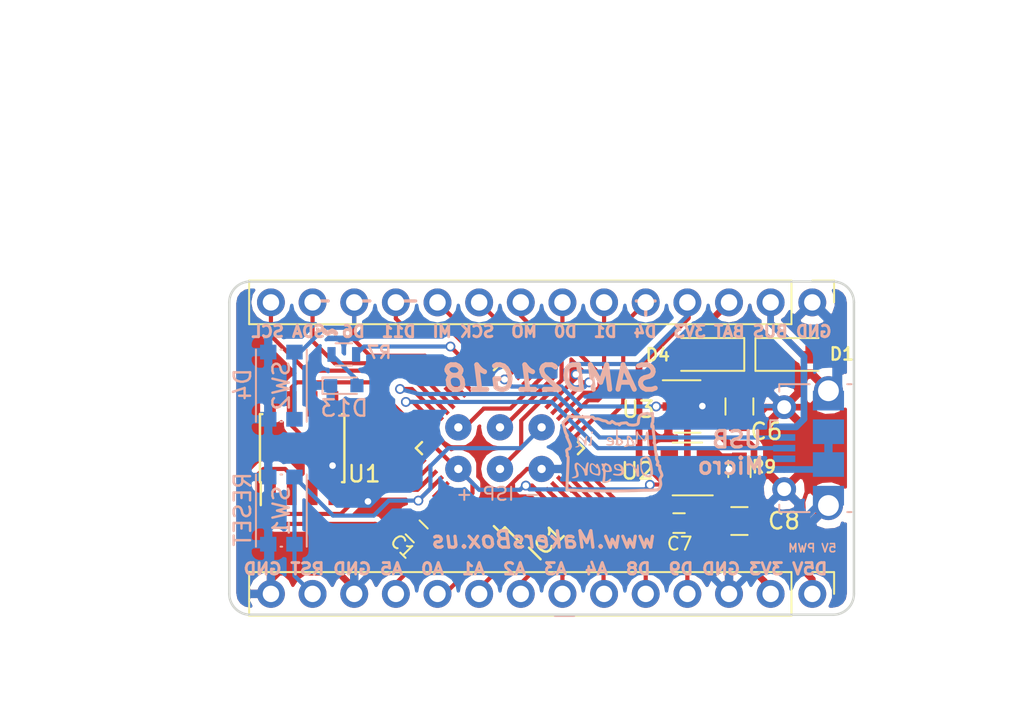
<source format=kicad_pcb>
(kicad_pcb (version 4) (host pcbnew 4.0.7)
  (layers (0 F.Cu signal) (31 B.Cu signal) (34 B.Paste user) (35 F.Paste user) (36 B.SilkS user) (37 F.SilkS user) (38 B.Mask user) (39 F.Mask user) (44 Edge.Cuts user))
  (net 0 "")
  (net 1 GND)
  (net 2 +3V3)
  (net 3 /AREF)
  (net 4 VBUS)
  (net 5 +BATT)
  (net 6 /D4)
  (net 7 /D6)
  (net 8 /D8)
  (net 9 /D13)
  (net 10 /D12)
  (net 11 /D11)
  (net 12 /D10)
  (net 13 /D9)
  (net 14 /D7)
  (net 15 /SCL)
  (net 16 /SDA)
  (net 17 /D1)
  (net 18 /D0)
  (net 19 /A0)
  (net 20 /A1)
  (net 21 /A2)
  (net 22 /A3)
  (net 23 /A4)
  (net 24 /A5)
  (net 25 /SCK)
  (net 26 /MOSI)
  (net 27 /MISO)
  (net 28 "Net-(R9-Pad1)")
  (net 29 /D5)
  (net 30 "Net-(U2-Pad4)")
  (net 31 "Net-(X3-Pad4)")
  (net 32 "Net-(C1-Pad1)")
  (net 33 /VHI)
  (net 34 "Net-(IC1-Pad1)")
  (net 35 "Net-(IC1-Pad2)")
  (net 36 /D3)
  (net 37 "Net-(IC1-Pad22)")
  (net 38 /D2)
  (net 39 /D-)
  (net 40 /D+)
  (net 41 /FLASH_MOSI)
  (net 42 /FLASH_SCK)
  (net 43 /FLASH_CS)
  (net 44 /~RESET)
  (net 45 "Net-(IC1-Pad41)")
  (net 46 /SWCLK)
  (net 47 /SWDIO)
  (net 48 /FLASH_MISO)
  (net 49 /D5_V5)
  (net 50 "Net-(D13-Pad2)")
  (module AVR-ISP-6 (layer B.Cu) (at 143.51 96.52 270)
    (fp_text reference CON1 hide)
    (fp_text value AVR-ISP-6 hide)
    (pad 1 thru_hole oval (at 0 0 270) (size 1.6 1.6) (drill 0.508) (layers *.Cu B.Mask) (net 27 /MISO))
    (pad 2 thru_hole circle (at 2.54 0 270) (size 1.6 1.6) (drill 0.508) (layers *.Cu B.Mask) (net 2 +3V3))
    (pad 3 thru_hole oval (at 0 -2.54 270) (size 1.6 1.6) (drill 0.508) (layers *.Cu B.Mask) (net 25 /SCK))
    (pad 4 thru_hole oval (at 2.54 -2.54 270) (size 1.6 1.6) (drill 0.508) (layers *.Cu B.Mask) (net 26 /MOSI))
    (pad 5 thru_hole oval (at 0 -5.08 270) (size 1.6 1.6) (drill 0.508) (layers *.Cu B.Mask) (net 44 /~RESET))
    (pad 6 thru_hole oval (at 2.54 -5.08 270) (size 1.6 1.6) (drill 0.508) (layers *.Cu B.Mask) (net 1 GND))
  )
  (module myFootPrints:MadeInOregonRev25 (layer F.Cu) (at 152.908 98.044)
    (fp_text reference VAL hide)
    (fp_text value MadeInOregonRev25 hide)
  )
  (module footprints:C_0603 (layer F.Cu) (at 140.97 102.87 135)
    (fp_text reference C1 (at -0.035921 -1.257236 135) (layer F.SilkS) (effects (font (size 0.8 0.8) (thickness 0.12))))
    (fp_text value 1uF)
    (pad 2 smd rect (at 0.75 0 135) (size 0.8 0.75) (layers F.Cu F.Paste F.Mask) (net 1 GND))
    (pad 1 smd rect (at -0.75 0 135) (size 0.8 0.75) (layers F.Cu F.Paste F.Mask) (net 32 "Net-(C1-Pad1)"))
  )
  (module footprints:C_0805 (layer F.Cu) (at 160.655 95.25 270)
    (fp_text reference C6 (at 1.524 -1.651 360) (layer F.SilkS))
    (fp_text value 10uF)
    (pad 1 smd rect (at -1 0 270) (size 1 1.25) (layers F.Cu F.Paste F.Mask) (net 33 /VHI))
    (pad 2 smd rect (at 1 0 270) (size 1 1.25) (layers F.Cu F.Paste F.Mask) (net 1 GND))
  )
  (module footprints:C_0603 (layer F.Cu) (at 156.972 102.362 180)
    (fp_text reference C7 (at -0.035921 -1.257236 180) (layer F.SilkS) (effects (font (size 0.8 0.8) (thickness 0.12))))
    (fp_text value 1uF)
    (pad 2 smd rect (at 0.75 0 180) (size 0.8 0.75) (layers F.Cu F.Paste F.Mask) (net 1 GND))
    (pad 1 smd rect (at -0.75 0 180) (size 0.8 0.75) (layers F.Cu F.Paste F.Mask) (net 2 +3V3))
  )
  (module footprints:C_0805 (layer F.Cu) (at 160.655 102.235)
    (fp_text reference C8 (at 2.7178 0) (layer F.SilkS))
    (fp_text value 10uF)
    (pad 1 smd rect (at -1 0) (size 1 1.25) (layers F.Cu F.Paste F.Mask) (net 2 +3V3))
    (pad 2 smd rect (at 1 0) (size 1 1.25) (layers F.Cu F.Paste F.Mask) (net 1 GND))
  )
  (module footprints:D_SOD-123F (layer F.Cu) (at 163.83 92.075)
    (fp_text reference D1 (at 3.0734 -0.0254) (layer F.SilkS) (effects (font (size 0.75 0.75))))
    (fp_text value MBR120)
    (pad 1 smd rect (at -1.4 0) (size 1.1 1.1) (layers F.Cu F.Paste F.Mask) (net 33 /VHI))
    (pad 2 smd rect (at 1.4 0) (size 1.1 1.1) (layers F.Cu F.Paste F.Mask) (net 4 VBUS))
  )
  (module footprints:D_SOD-123F (layer F.Cu) (at 158.75 92.075 180)
    (fp_text reference D4 (at 3.0734 -0.0254 180) (layer F.SilkS) (effects (font (size 0.75 0.75))))
    (fp_text value MBR120)
    (pad 1 smd rect (at -1.4 0 180) (size 1.1 1.1) (layers F.Cu F.Paste F.Mask) (net 33 /VHI))
    (pad 2 smd rect (at 1.4 0 180) (size 1.1 1.1) (layers F.Cu F.Paste F.Mask) (net 5 +BATT))
  )
  (module footprints:LED_0603 (layer B.Cu) (at 136.525 93.98)
    (fp_text reference D13 (at 0.0254 1.3716) (layer B.SilkS) (effects (justify mirror)))
    (fp_text value LED hide)
    (pad 2 smd rect (at 0.8 0 180) (size 0.8 0.8) (layers B.Cu B.Paste B.Mask) (net 50 "Net-(D13-Pad2)"))
    (pad 1 smd rect (at -0.8 0 180) (size 0.8 0.8) (layers B.Cu B.Paste B.Mask) (net 1 GND))
  )
  (module footprints:TQFP-48_7x7mm_Pitch0.5mm (layer F.Cu) (at 146.05 97.79 135)
    (fp_text reference IC1 (at -6.088614 -2.065459 225) (layer F.SilkS))
    (fp_text value SAMD21G18A)
    (pad 1 smd rect (at -4.35 -2.75 135) (size 1.3 0.25) (layers F.Cu F.Paste F.Mask) (net 34 "Net-(IC1-Pad1)"))
    (pad 2 smd rect (at -4.35 -2.25 135) (size 1.3 0.25) (layers F.Cu F.Paste F.Mask) (net 35 "Net-(IC1-Pad2)"))
    (pad 3 smd rect (at -4.35 -1.75 135) (size 1.3 0.25) (layers F.Cu F.Paste F.Mask) (net 19 /A0))
    (pad 4 smd rect (at -4.35 -1.25 135) (size 1.3 0.25) (layers F.Cu F.Paste F.Mask) (net 3 /AREF))
    (pad 5 smd rect (at -4.35 -0.75 135) (size 1.3 0.25) (layers F.Cu F.Paste F.Mask) (net 1 GND))
    (pad 6 smd rect (at -4.35 -0.25 135) (size 1.3 0.25) (layers F.Cu F.Paste F.Mask) (net 2 +3V3))
    (pad 7 smd rect (at -4.35 0.25 135) (size 1.3 0.25) (layers F.Cu F.Paste F.Mask) (net 20 /A1))
    (pad 8 smd rect (at -4.35 0.75 135) (size 1.3 0.25) (layers F.Cu F.Paste F.Mask) (net 21 /A2))
    (pad 9 smd rect (at -4.35 1.25 135) (size 1.3 0.25) (layers F.Cu F.Paste F.Mask) (net 22 /A3))
    (pad 10 smd rect (at -4.35 1.75 135) (size 1.3 0.25) (layers F.Cu F.Paste F.Mask) (net 23 /A4))
    (pad 11 smd rect (at -4.35 2.25 135) (size 1.3 0.25) (layers F.Cu F.Paste F.Mask) (net 8 /D8))
    (pad 12 smd rect (at -4.35 2.75 135) (size 1.3 0.25) (layers F.Cu F.Paste F.Mask) (net 13 /D9))
    (pad 13 smd rect (at -2.75 4.35 225) (size 1.3 0.25) (layers F.Cu F.Paste F.Mask) (net 6 /D4))
    (pad 14 smd rect (at -2.25 4.35 225) (size 1.3 0.25) (layers F.Cu F.Paste F.Mask) (net 36 /D3))
    (pad 15 smd rect (at -1.75 4.35 225) (size 1.3 0.25) (layers F.Cu F.Paste F.Mask) (net 17 /D1))
    (pad 16 smd rect (at -1.25 4.35 225) (size 1.3 0.25) (layers F.Cu F.Paste F.Mask) (net 18 /D0))
    (pad 17 smd rect (at -0.75 4.35 225) (size 1.3 0.25) (layers F.Cu F.Paste F.Mask) (net 2 +3V3))
    (pad 18 smd rect (at -0.25 4.35 225) (size 1.3 0.25) (layers F.Cu F.Paste F.Mask) (net 1 GND))
    (pad 19 smd rect (at 0.25 4.35 225) (size 1.3 0.25) (layers F.Cu F.Paste F.Mask) (net 26 /MOSI))
    (pad 20 smd rect (at 0.75 4.35 225) (size 1.3 0.25) (layers F.Cu F.Paste F.Mask) (net 25 /SCK))
    (pad 21 smd rect (at 1.25 4.35 225) (size 1.3 0.25) (layers F.Cu F.Paste F.Mask) (net 27 /MISO))
    (pad 22 smd rect (at 1.75 4.35 225) (size 1.3 0.25) (layers F.Cu F.Paste F.Mask) (net 37 "Net-(IC1-Pad22)"))
    (pad 23 smd rect (at 2.25 4.35 225) (size 1.3 0.25) (layers F.Cu F.Paste F.Mask) (net 38 /D2))
    (pad 24 smd rect (at 2.75 4.35 225) (size 1.3 0.25) (layers F.Cu F.Paste F.Mask) (net 29 /D5))
    (pad 25 smd rect (at 4.35 2.75 135) (size 1.3 0.25) (layers F.Cu F.Paste F.Mask) (net 11 /D11))
    (pad 26 smd rect (at 4.35 2.25 135) (size 1.3 0.25) (layers F.Cu F.Paste F.Mask) (net 9 /D13))
    (pad 27 smd rect (at 4.35 1.75 135) (size 1.3 0.25) (layers F.Cu F.Paste F.Mask) (net 12 /D10))
    (pad 28 smd rect (at 4.35 1.25 135) (size 1.3 0.25) (layers F.Cu F.Paste F.Mask) (net 10 /D12))
    (pad 29 smd rect (at 4.35 0.75 135) (size 1.3 0.25) (layers F.Cu F.Paste F.Mask) (net 7 /D6))
    (pad 30 smd rect (at 4.35 0.25 135) (size 1.3 0.25) (layers F.Cu F.Paste F.Mask) (net 14 /D7))
    (pad 31 smd rect (at 4.35 -0.25 135) (size 1.3 0.25) (layers F.Cu F.Paste F.Mask) (net 16 /SDA))
    (pad 32 smd rect (at 4.35 -0.75 135) (size 1.3 0.25) (layers F.Cu F.Paste F.Mask) (net 15 /SCL))
    (pad 33 smd rect (at 4.35 -1.25 135) (size 1.3 0.25) (layers F.Cu F.Paste F.Mask) (net 39 /D-))
    (pad 34 smd rect (at 4.35 -1.75 135) (size 1.3 0.25) (layers F.Cu F.Paste F.Mask) (net 40 /D+))
    (pad 35 smd rect (at 4.35 -2.25 135) (size 1.3 0.25) (layers F.Cu F.Paste F.Mask) (net 1 GND))
    (pad 36 smd rect (at 4.35 -2.75 135) (size 1.3 0.25) (layers F.Cu F.Paste F.Mask) (net 2 +3V3))
    (pad 37 smd rect (at 2.75 -4.35 225) (size 1.3 0.25) (layers F.Cu F.Paste F.Mask) (net 41 /FLASH_MOSI))
    (pad 38 smd rect (at 2.25 -4.35 225) (size 1.3 0.25) (layers F.Cu F.Paste F.Mask) (net 42 /FLASH_SCK))
    (pad 39 smd rect (at 1.75 -4.35 225) (size 1.3 0.25) (layers F.Cu F.Paste F.Mask) (net 43 /FLASH_CS))
    (pad 40 smd rect (at 1.25 -4.35 225) (size 1.3 0.25) (layers F.Cu F.Paste F.Mask) (net 44 /~RESET))
    (pad 41 smd rect (at 0.75 -4.35 225) (size 1.3 0.25) (layers F.Cu F.Paste F.Mask) (net 45 "Net-(IC1-Pad41)"))
    (pad 42 smd rect (at 0.25 -4.35 225) (size 1.3 0.25) (layers F.Cu F.Paste F.Mask) (net 1 GND))
    (pad 43 smd rect (at -0.25 -4.35 225) (size 1.3 0.25) (layers F.Cu F.Paste F.Mask) (net 32 "Net-(C1-Pad1)"))
    (pad 44 smd rect (at -0.75 -4.35 225) (size 1.3 0.25) (layers F.Cu F.Paste F.Mask) (net 2 +3V3))
    (pad 45 smd rect (at -1.25 -4.35 225) (size 1.3 0.25) (layers F.Cu F.Paste F.Mask) (net 46 /SWCLK))
    (pad 46 smd rect (at -1.75 -4.35 225) (size 1.3 0.25) (layers F.Cu F.Paste F.Mask) (net 47 /SWDIO))
    (pad 47 smd rect (at -2.25 -4.35 225) (size 1.3 0.25) (layers F.Cu F.Paste F.Mask) (net 24 /A5))
    (pad 48 smd rect (at -2.75 -4.35 225) (size 1.3 0.25) (layers F.Cu F.Paste F.Mask) (net 48 /FLASH_MISO))
  )
  (module footprints:Pin_Header_Straight_1x14_Pitch2.54mm (layer F.Cu) (at 165.1 106.68 270)
    (fp_text reference J2 hide)
    (fp_text value Conn_01x14 hide)
    (pad 1 thru_hole circle (at 0 0 270) (size 1.7 1.7) (drill 1) (layers *.Cu *.Mask) (net 49 /D5_V5))
    (pad 2 thru_hole oval (at 0 2.54 270) (size 1.7 1.7) (drill 1) (layers *.Cu *.Mask) (net 2 +3V3))
    (pad 3 thru_hole oval (at 0 5.08 270) (size 1.7 1.7) (drill 1) (layers *.Cu *.Mask) (net 1 GND))
    (pad 4 thru_hole oval (at 0 7.62 270) (size 1.7 1.7) (drill 1) (layers *.Cu *.Mask) (net 13 /D9))
    (pad 5 thru_hole oval (at 0 10.16 270) (size 1.7 1.7) (drill 1) (layers *.Cu *.Mask) (net 8 /D8))
    (pad 6 thru_hole oval (at 0 12.7 270) (size 1.7 1.7) (drill 1) (layers *.Cu *.Mask) (net 23 /A4))
    (pad 7 thru_hole oval (at 0 15.24 270) (size 1.7 1.7) (drill 1) (layers *.Cu *.Mask) (net 22 /A3))
    (pad 8 thru_hole oval (at 0 17.78 270) (size 1.7 1.7) (drill 1) (layers *.Cu *.Mask) (net 21 /A2))
    (pad 9 thru_hole oval (at 0 20.32 270) (size 1.7 1.7) (drill 1) (layers *.Cu *.Mask) (net 20 /A1))
    (pad 10 thru_hole oval (at 0 22.86 270) (size 1.7 1.7) (drill 1) (layers *.Cu *.Mask) (net 19 /A0))
    (pad 11 thru_hole oval (at 0 25.4 270) (size 1.7 1.7) (drill 1) (layers *.Cu *.Mask) (net 24 /A5))
    (pad 12 thru_hole oval (at 0 27.94 270) (size 1.7 1.7) (drill 1) (layers *.Cu *.Mask) (net 1 GND))
    (pad 13 thru_hole oval (at 0 30.48 270) (size 1.7 1.7) (drill 1) (layers *.Cu *.Mask) (net 44 /~RESET))
    (pad 14 thru_hole oval (at 0 33.02 270) (size 1.7 1.7) (drill 1) (layers *.Cu *.Mask) (net 1 GND))
  )
  (module footprints:Pin_Header_Straight_1x14_Pitch2.54mm (layer F.Cu) (at 165.1 88.9 270)
    (fp_text reference J4 hide)
    (fp_text value Conn_01x14 hide)
    (pad 1 thru_hole circle (at 0 0 270) (size 1.7 1.7) (drill 1) (layers *.Cu *.Mask) (net 1 GND))
    (pad 2 thru_hole oval (at 0 2.54 270) (size 1.7 1.7) (drill 1) (layers *.Cu *.Mask) (net 4 VBUS))
    (pad 3 thru_hole oval (at 0 5.08 270) (size 1.7 1.7) (drill 1) (layers *.Cu *.Mask) (net 5 +BATT))
    (pad 4 thru_hole oval (at 0 7.62 270) (size 1.7 1.7) (drill 1) (layers *.Cu *.Mask) (net 2 +3V3))
    (pad 5 thru_hole oval (at 0 10.16 270) (size 1.7 1.7) (drill 1) (layers *.Cu *.Mask) (net 6 /D4))
    (pad 6 thru_hole oval (at 0 12.7 270) (size 1.7 1.7) (drill 1) (layers *.Cu *.Mask) (net 17 /D1))
    (pad 7 thru_hole oval (at 0 15.24 270) (size 1.7 1.7) (drill 1) (layers *.Cu *.Mask) (net 18 /D0))
    (pad 8 thru_hole oval (at 0 17.78 270) (size 1.7 1.7) (drill 1) (layers *.Cu *.Mask) (net 26 /MOSI))
    (pad 9 thru_hole oval (at 0 20.32 270) (size 1.7 1.7) (drill 1) (layers *.Cu *.Mask) (net 25 /SCK))
    (pad 10 thru_hole oval (at 0 22.86 270) (size 1.7 1.7) (drill 1) (layers *.Cu *.Mask) (net 27 /MISO))
    (pad 11 thru_hole oval (at 0 25.4 270) (size 1.7 1.7) (drill 1) (layers *.Cu *.Mask) (net 11 /D11))
    (pad 12 thru_hole oval (at 0 27.94 270) (size 1.7 1.7) (drill 1) (layers *.Cu *.Mask) (net 7 /D6))
    (pad 13 thru_hole oval (at 0 30.48 270) (size 1.7 1.7) (drill 1) (layers *.Cu *.Mask) (net 16 /SDA))
    (pad 14 thru_hole oval (at 0 33.02 270) (size 1.7 1.7) (drill 1) (layers *.Cu *.Mask) (net 15 /SCL))
  )
  (module footprints:R_0603 (layer B.Cu) (at 136.525 92.075)
    (fp_text reference R7 (at 2.159 -0.127) (layer B.SilkS) (effects (font (size 0.75 0.75)) (justify mirror)))
    (fp_text value 180)
    (pad 1 smd rect (at -0.75 0) (size 0.5 0.9) (layers B.Cu B.Paste B.Mask) (net 50 "Net-(D13-Pad2)"))
    (pad 2 smd rect (at 0.75 0) (size 0.5 0.9) (layers B.Cu B.Paste B.Mask) (net 9 /D13))
  )
  (module footprints:R_0603 (layer F.Cu) (at 160.655 99.06 270)
    (fp_text reference R9 (at -0.127 -1.4986 360) (layer F.SilkS) (effects (font (size 0.75 0.75))))
    (fp_text value 100K)
    (pad 1 smd rect (at -0.75 0 270) (size 0.5 0.9) (layers F.Cu F.Paste F.Mask) (net 28 "Net-(R9-Pad1)"))
    (pad 2 smd rect (at 0.75 0 270) (size 0.5 0.9) (layers F.Cu F.Paste F.Mask) (net 33 /VHI))
  )
  (module footprints:SW_SPST_KMR2 (layer B.Cu) (at 132.715 101.6 90)
    (fp_text reference SW1 (at 0 0 90) (layer B.SilkS) (effects (justify mirror)))
    (fp_text value RESET (at 0.0762 -2.3622 90) (layer B.SilkS) (effects (justify mirror)))
    (pad 1 smd rect (at -2.05 0.8 90) (size 0.9 1) (layers B.Cu B.Paste B.Mask) (net 44 /~RESET))
    (pad 2 smd rect (at -2.05 -0.8 90) (size 0.9 1) (layers B.Cu B.Paste B.Mask) (net 1 GND))
    (pad 1 smd rect (at 2.05 0.8 90) (size 0.9 1) (layers B.Cu B.Paste B.Mask) (net 44 /~RESET))
    (pad 2 smd rect (at 2.05 -0.8 90) (size 0.9 1) (layers B.Cu B.Paste B.Mask) (net 1 GND))
  )
  (module footprints:SW_SPST_KMR2 (layer B.Cu) (at 132.715 93.98 90)
    (fp_text reference SW2 (at 0 0 90) (layer B.SilkS) (effects (justify mirror)))
    (fp_text value D4 (at 0.0762 -2.3622 90) (layer B.SilkS) (effects (justify mirror)))
    (pad 1 smd rect (at -2.05 0.8 90) (size 0.9 1) (layers B.Cu B.Paste B.Mask) (net 7 /D6))
    (pad 2 smd rect (at -2.05 -0.8 90) (size 0.9 1) (layers B.Cu B.Paste B.Mask) (net 1 GND))
    (pad 1 smd rect (at 2.05 0.8 90) (size 0.9 1) (layers B.Cu B.Paste B.Mask) (net 7 /D6))
    (pad 2 smd rect (at 2.05 -0.8 90) (size 0.9 1) (layers B.Cu B.Paste B.Mask) (net 1 GND))
  )
  (module footprints:SOIC-8_3.9x4.9mm_Pitch1.27mm (layer F.Cu) (at 133.985 97.79 90)
    (fp_text reference U1 (at -1.5748 3.7846 180) (layer F.SilkS))
    (fp_text value MB85RS16)
    (pad 1 smd rect (at -2.7 -1.905 90) (size 1.55 0.6) (layers F.Cu F.Paste F.Mask) (net 43 /FLASH_CS))
    (pad 2 smd rect (at -2.7 -0.635 90) (size 1.55 0.6) (layers F.Cu F.Paste F.Mask) (net 48 /FLASH_MISO))
    (pad 3 smd rect (at -2.7 0.635 90) (size 1.55 0.6) (layers F.Cu F.Paste F.Mask) (net 2 +3V3))
    (pad 4 smd rect (at -2.7 1.905 90) (size 1.55 0.6) (layers F.Cu F.Paste F.Mask) (net 1 GND))
    (pad 5 smd rect (at 2.7 1.905 90) (size 1.55 0.6) (layers F.Cu F.Paste F.Mask) (net 41 /FLASH_MOSI))
    (pad 6 smd rect (at 2.7 0.635 90) (size 1.55 0.6) (layers F.Cu F.Paste F.Mask) (net 42 /FLASH_SCK))
    (pad 7 smd rect (at 2.7 -0.635 90) (size 1.55 0.6) (layers F.Cu F.Paste F.Mask) (net 2 +3V3))
    (pad 8 smd rect (at 2.7 -1.905 90) (size 1.55 0.6) (layers F.Cu F.Paste F.Mask) (net 2 +3V3))
  )
  (module footprints:SOT-23-5 (layer F.Cu) (at 157.48 99.06 180)
    (fp_text reference U2 (at 3.048 -0.127 180) (layer F.SilkS))
    (fp_text value MIC5225-3.3)
    (pad 1 smd rect (at -1.1 -0.95 180) (size 1.06 0.65) (layers F.Cu F.Paste F.Mask) (net 33 /VHI))
    (pad 2 smd rect (at -1.1 0 180) (size 1.06 0.65) (layers F.Cu F.Paste F.Mask) (net 1 GND))
    (pad 3 smd rect (at -1.1 0.95 180) (size 1.06 0.65) (layers F.Cu F.Paste F.Mask) (net 28 "Net-(R9-Pad1)"))
    (pad 4 smd rect (at 1.1 0.95 180) (size 1.06 0.65) (layers F.Cu F.Paste F.Mask) (net 30 "Net-(U2-Pad4)"))
    (pad 5 smd rect (at 1.1 -0.95 180) (size 1.06 0.65) (layers F.Cu F.Paste F.Mask) (net 2 +3V3))
  )
  (module footprints:TSOP-5_1.65x3.05mm_Pitch0.95mm (layer F.Cu) (at 157.48 95.25)
    (fp_text reference U3 (at -2.9972 0.1778) (layer F.SilkS))
    (fp_text value 74HCT1G125)
    (pad 1 smd rect (at -1.16 -0.95) (size 0.7 0.51) (layers F.Cu F.Paste F.Mask) (net 1 GND))
    (pad 2 smd rect (at -1.16 0) (size 0.7 0.51) (layers F.Cu F.Paste F.Mask) (net 29 /D5))
    (pad 3 smd rect (at -1.16 0.95) (size 0.7 0.51) (layers F.Cu F.Paste F.Mask) (net 1 GND))
    (pad 4 smd rect (at 1.16 0.95) (size 0.7 0.51) (layers F.Cu F.Paste F.Mask) (net 49 /D5_V5))
    (pad 5 smd rect (at 1.16 -0.95) (size 0.7 0.51) (layers F.Cu F.Paste F.Mask) (net 33 /VHI))
  )
  (module footprints:USB_Micro-B_Molex-105017-0001 (layer B.Cu) (at 165.735 97.79 270)
    (fp_text reference X3 hide)
    (fp_text value USB_OTG)
    (pad 6 smd rect (at 1 -0.35 270) (size 1.5 1.9) (layers B.Cu B.Paste B.Mask) (net 1 GND))
    (pad 6 thru_hole circle (at -2.5 2.35 270) (size 1.45 1.45) (drill 0.85) (layers *.Cu *.Mask) (net 1 GND))
    (pad 2 smd rect (at -0.65 2.35 270) (size 0.4 1.35) (layers B.Cu B.Paste B.Mask) (net 39 /D-))
    (pad 1 smd rect (at -1.3 2.35 270) (size 0.4 1.35) (layers B.Cu B.Paste B.Mask) (net 4 VBUS))
    (pad 5 smd rect (at 1.3 2.35 270) (size 0.4 1.35) (layers B.Cu B.Paste B.Mask) (net 1 GND))
    (pad 4 smd rect (at 0.65 2.35 270) (size 0.4 1.35) (layers B.Cu B.Paste B.Mask) (net 31 "Net-(X3-Pad4)"))
    (pad 3 smd rect (at 0 2.35 270) (size 0.4 1.35) (layers B.Cu B.Paste B.Mask) (net 40 /D+))
    (pad 6 thru_hole circle (at 2.5 2.35 270) (size 1.45 1.45) (drill 0.85) (layers *.Cu *.Mask) (net 1 GND))
    (pad 6 smd rect (at -1 -0.35 270) (size 1.5 1.9) (layers B.Cu B.Paste B.Mask) (net 1 GND))
    (pad 6 thru_hole circle (at -3.5 -0.35 90) (size 1.778 1.778) (drill 1.27) (layers *.Cu *.Mask) (net 1 GND))
    (pad 6 thru_hole circle (at 3.5 -0.35 270) (size 1.778 1.778) (drill 1.27) (layers *.Cu *.Mask) (net 1 GND))
    (pad 6 smd rect (at 2.9 -0.35 270) (size 1.2 1.9) (layers B.Cu B.Mask) (net 1 GND))
    (pad 6 smd rect (at -2.9 -0.35 270) (size 1.2 1.9) (layers B.Cu B.Mask) (net 1 GND))
  )
  (gr_text "- ISP +" (at 145.9484 100.584) (layer B.SilkS) (effects (font (size 0.8 0.8) (thickness 0.12)) (justify mirror)))
  (gr_line (start 167.64 88.9) (end 167.64 106.68) (angle 90) (layer Edge.Cuts) (width 0.15))
  (gr_line (start 129.54 88.9) (end 129.54 106.68) (angle 90) (layer Edge.Cuts) (width 0.15))
  (gr_text www.MakersBox.us (at 155.702 103.378) (layer B.SilkS) (effects (font (size 1 1) (thickness 0.2) italic) (justify left mirror)))
  (gr_text "USB \nMicro" (at 160.1216 98.0694) (layer B.SilkS) (effects (font (size 1 1) (thickness 0.2)) (justify mirror)))
  (gr_text SAMD21G18 (at 156.0068 93.5228) (layer B.SilkS) (effects (font (size 1.5 1.5) (thickness 0.3) italic) (justify left mirror)))
  (gr_line (start 154.94 89.154) (end 154.94 89.662) (angle 90) (layer B.SilkS) (width 0.2))
  (gr_text "5V PWM" (at 165.1 103.886) (layer B.SilkS) (effects (font (size 0.5 0.5) (thickness 0.1)) (justify mirror)))
  (gr_text _ (at 149.987 107.442) (layer B.SilkS) (effects (font (size 1 1.5) (thickness 0.2)) (justify mirror)))
  (gr_text _ (at 154.94 88.265) (layer B.SilkS) (effects (font (size 1 1.5) (thickness 0.2)) (justify mirror)))
  (gr_text _ (at 140.335 88.265) (layer B.SilkS) (effects (font (size 1 1.5) (thickness 0.2)) (justify mirror)))
  (gr_text _ (at 137.541 88.265) (layer B.SilkS) (effects (font (size 1 1.5) (thickness 0.2)) (justify mirror)))
  (gr_text _ (at 135.001 88.265) (layer B.SilkS) (effects (font (size 1 1.5) (thickness 0.2)) (justify mirror)))
  (gr_text ~ (at 135.636 90.678) (layer B.SilkS) (effects (font (size 1.5 1.5) (thickness 0.3)) (justify mirror)))
  (gr_text ~ (at 135.128 90.551) (layer B.SilkS) (effects (font (size 1 1) (thickness 0.2)) (justify mirror)))
  (gr_text "D5V 3V3 GND D9  D8  A4  A3  A2  A1  A0  A5 GND RST GND" (at 166.116 105.156) (layer B.SilkS) (effects (font (size 0.7 0.75) (thickness 0.175)) (justify left mirror)))
  (gr_text "GND BUS BAT 3V3  D4  D1  D0  MO  SCK MI  D11  D6  SDA SCL" (at 166.37 90.678) (layer B.SilkS) (effects (font (size 0.7 0.7) (thickness 0.175)) (justify left mirror)))
  (gr_line (start 166.37 87.63) (end 130.81 87.63) (angle 90) (layer Edge.Cuts) (width 0.15))
  (gr_line (start 130.81 107.95) (end 166.37 107.95) (angle 90) (layer Edge.Cuts) (width 0.15))
  (gr_arc (start 130.81 106.68) (end 130.81 107.95) (angle 90) (layer Edge.Cuts) (width 0.15))
  (gr_arc (start 130.81 88.9) (end 129.54 88.9) (angle 90) (layer Edge.Cuts) (width 0.15))
  (gr_arc (start 166.37 88.9) (end 166.37 87.63) (angle 90) (layer Edge.Cuts) (width 0.15))
  (gr_arc (start 166.37 106.68) (end 167.64 106.68) (angle 90) (layer Edge.Cuts) (width 0.15))
  (segment (start 137.16 106.68) (end 137.16 106.3498) (width 0.4064) (layer F.Cu) (net 1))
  (segment (start 137.16 106.3498) (end 136.1694 105.3592) (width 0.4064) (layer F.Cu) (net 1))
  (segment (start 132.5626 105.3592) (end 132.08 105.8418) (width 0.4064) (layer F.Cu) (net 1))
  (segment (start 136.1694 105.3592) (end 132.5626 105.3592) (width 0.4064) (layer F.Cu) (net 1))
  (segment (start 132.08 105.8418) (end 132.08 106.68) (width 0.4064) (layer F.Cu) (net 1))
  (segment (start 135.8392 98.8568) (end 135.8392 98.8314) (width 0.4064) (layer B.Cu) (net 1))
  (segment (start 132.7912 97.5614) (end 131.915 98.4376) (width 0.4064) (layer B.Cu) (net 1))
  (segment (start 134.5692 97.5614) (end 132.7912 97.5614) (width 0.4064) (layer B.Cu) (net 1))
  (segment (start 135.8392 98.8314) (end 134.5692 97.5614) (width 0.4064) (layer B.Cu) (net 1))
  (segment (start 131.915 96.03) (end 131.915 91.93) (width 0.4064) (layer B.Cu) (net 1))
  (segment (start 131.915 99.55) (end 131.915 98.4376) (width 0.4064) (layer B.Cu) (net 1))
  (segment (start 131.915 98.4376) (end 131.915 96.03) (width 0.4064) (layer B.Cu) (net 1))
  (segment (start 131.915 103.65) (end 131.915 99.55) (width 0.4064) (layer B.Cu) (net 1))
  (segment (start 132.08 106.68) (end 132.08 103.815) (width 0.4064) (layer B.Cu) (net 1))
  (segment (start 132.08 103.815) (end 131.915 103.65) (width 0.4064) (layer B.Cu) (net 1))
  (segment (start 131.915 106.515) (end 132.08 106.68) (width 0.254) (layer B.Cu) (net 1))
  (segment (start 137.16 106.68) (end 137.16 106.426) (width 0.4064) (layer B.Cu) (net 1))
  (segment (start 137.16 106.426) (end 138.2522 105.3338) (width 0.4064) (layer B.Cu) (net 1))
  (segment (start 166.085 101.29) (end 165.41 101.29) (width 0.4064) (layer B.Cu) (net 1))
  (segment (start 165.41 101.29) (end 160.02 106.68) (width 0.4064) (layer B.Cu) (net 1))
  (segment (start 160.02 106.68) (end 160.02 105.283) (width 0.4064) (layer F.Cu) (net 1))
  (segment (start 158.242 103.505) (end 160.02 105.283) (width 0.4064) (layer F.Cu) (net 1))
  (segment (start 156.845 103.505) (end 158.242 103.505) (width 0.4064) (layer F.Cu) (net 1))
  (segment (start 156.222 102.882) (end 156.845 103.505) (width 0.4064) (layer F.Cu) (net 1))
  (segment (start 156.222 102.882) (end 156.222 102.362) (width 0.4064) (layer F.Cu) (net 1))
  (segment (start 158.6738 105.3338) (end 139.1412 105.3338) (width 0.4064) (layer B.Cu) (net 1))
  (segment (start 139.1412 105.3338) (end 138.2522 105.3338) (width 0.4064) (layer B.Cu) (net 1))
  (segment (start 160.02 106.68) (end 158.6738 105.3338) (width 0.4064) (layer B.Cu) (net 1))
  (segment (start 147.2438 99.5172) (end 147.2184 99.5172) (width 0.254) (layer F.Cu) (net 1))
  (segment (start 147.701 99.06) (end 147.2438 99.5172) (width 0.254) (layer F.Cu) (net 1))
  (segment (start 148.59 99.06) (end 147.701 99.06) (width 0.254) (layer F.Cu) (net 1))
  (segment (start 145.9992 100.7364) (end 145.9992 100.7872) (width 0.254) (layer F.Cu) (net 1))
  (segment (start 147.2184 99.5172) (end 145.9992 100.7364) (width 0.254) (layer F.Cu) (net 1))
  (segment (start 148.595584 101.396245) (end 148.589445 101.396245) (width 0.254) (layer F.Cu) (net 1))
  (segment (start 148.589445 101.396245) (end 147.9296 100.7364) (width 0.254) (layer F.Cu) (net 1))
  (segment (start 144.7292 99.5172) (end 145.796 100.584) (width 0.254) (layer F.Cu) (net 1))
  (segment (start 144.7292 98.1964) (end 144.7292 99.5172) (width 0.254) (layer F.Cu) (net 1))
  (segment (start 144.272 97.7392) (end 144.7292 98.1964) (width 0.254) (layer F.Cu) (net 1))
  (segment (start 142.8496 97.7392) (end 144.272 97.7392) (width 0.254) (layer F.Cu) (net 1))
  (segment (start 141.415476 96.305076) (end 142.8496 97.7392) (width 0.254) (layer F.Cu) (net 1))
  (segment (start 145.9484 100.7364) (end 145.9992 100.7872) (width 0.254) (layer F.Cu) (net 1))
  (segment (start 145.9992 100.7872) (end 145.796 100.584) (width 0.254) (layer F.Cu) (net 1))
  (segment (start 147.9296 100.7364) (end 145.9484 100.7364) (width 0.254) (layer F.Cu) (net 1))
  (segment (start 149.302691 94.890862) (end 149.304738 94.890862) (width 0.254) (layer F.Cu) (net 1))
  (segment (start 149.304738 94.890862) (end 150.6728 93.5228) (width 0.254) (layer F.Cu) (net 1))
  (segment (start 156.6672 93.4974) (end 158.3944 95.2246) (width 0.254) (layer B.Cu) (net 1))
  (segment (start 156.2862 93.1164) (end 156.6672 93.4974) (width 0.254) (layer B.Cu) (net 1))
  (segment (start 150.8506 93.1164) (end 156.2862 93.1164) (width 0.254) (layer B.Cu) (net 1))
  (segment (start 150.6728 93.2942) (end 150.8506 93.1164) (width 0.254) (layer B.Cu) (net 1))
  (via (at 150.6728 93.2942) (size 0.6) (drill 0.4) (layers F.Cu B.Cu) (net 1))
  (segment (start 150.6728 93.5228) (end 150.6728 93.2942) (width 0.254) (layer F.Cu) (net 1))
  (segment (start 158.3944 95.2246) (end 163.3196 95.2246) (width 0.254) (layer B.Cu) (net 1))
  (segment (start 163.3196 95.2246) (end 163.385 95.29) (width 0.254) (layer B.Cu) (net 1))
  (segment (start 158.2674 95.3516) (end 157.353 95.3516) (width 0.254) (layer F.Cu) (net 1))
  (segment (start 158.3944 95.2246) (end 158.2674 95.3516) (width 0.254) (layer F.Cu) (net 1))
  (via (at 158.3944 95.2246) (size 0.6) (drill 0.4) (layers F.Cu B.Cu) (net 1))
  (segment (start 135.8392 98.8568) (end 135.8392 98.8822) (width 0.4064) (layer B.Cu) (net 1))
  (segment (start 139.29667 102.33967) (end 140.43967 102.33967) (width 0.4064) (layer F.Cu) (net 1))
  (segment (start 137.9982 101.0412) (end 139.29667 102.33967) (width 0.4064) (layer F.Cu) (net 1))
  (via (at 137.9982 101.0412) (size 0.6) (drill 0.4) (layers F.Cu B.Cu) (net 1))
  (segment (start 135.8392 98.8822) (end 137.9982 101.0412) (width 0.4064) (layer B.Cu) (net 1))
  (segment (start 135.89 98.9076) (end 135.89 100.49) (width 0.3048) (layer F.Cu) (net 1))
  (segment (start 135.8392 98.8568) (end 135.89 98.9076) (width 0.3048) (layer F.Cu) (net 1))
  (via (at 135.8392 98.8568) (size 0.6) (drill 0.4) (layers F.Cu B.Cu) (net 1))
  (segment (start 158.58 99.06) (end 160.02 99.06) (width 0.4064) (layer F.Cu) (net 1))
  (segment (start 160.05 99.09) (end 163.385 99.09) (width 0.4064) (layer B.Cu) (net 1))
  (segment (start 160.02 99.06) (end 160.05 99.09) (width 0.4064) (layer B.Cu) (net 1))
  (via (at 160.02 99.06) (size 0.6) (drill 0.4) (layers F.Cu B.Cu) (net 1))
  (segment (start 141.383095 96.305076) (end 141.415476 96.305076) (width 0.254) (layer F.Cu) (net 1))
  (segment (start 140.43967 102.33967) (end 141.146777 102.33967) (width 0.254) (layer F.Cu) (net 1))
  (segment (start 141.146777 102.33967) (end 142.797309 100.689138) (width 0.254) (layer F.Cu) (net 1))
  (segment (start 148.595584 101.396245) (end 148.595584 101.376984) (width 0.254) (layer F.Cu) (net 1))
  (segment (start 163.385 95.29) (end 165.085 95.29) (width 0.4064) (layer F.Cu) (net 1))
  (segment (start 165.085 95.29) (end 166.085 94.29) (width 0.4064) (layer F.Cu) (net 1))
  (segment (start 156.32 96.2) (end 156.784 96.2) (width 0.4064) (layer F.Cu) (net 1))
  (segment (start 156.911 94.3) (end 156.32 94.3) (width 0.4064) (layer F.Cu) (net 1))
  (segment (start 157.353 94.742) (end 156.911 94.3) (width 0.4064) (layer F.Cu) (net 1))
  (segment (start 157.353 95.631) (end 157.353 95.3516) (width 0.4064) (layer F.Cu) (net 1))
  (segment (start 157.353 95.3516) (end 157.353 94.742) (width 0.4064) (layer F.Cu) (net 1))
  (segment (start 156.784 96.2) (end 157.353 95.631) (width 0.4064) (layer F.Cu) (net 1))
  (segment (start 161.655 102.235) (end 161.655 102.02) (width 0.4064) (layer F.Cu) (net 1))
  (segment (start 161.655 102.02) (end 163.385 100.29) (width 0.4064) (layer F.Cu) (net 1))
  (segment (start 160.655 96.25) (end 161.306 96.25) (width 0.4064) (layer F.Cu) (net 1))
  (segment (start 162.266 95.29) (end 163.385 95.29) (width 0.4064) (layer F.Cu) (net 1))
  (segment (start 161.306 96.25) (end 162.266 95.29) (width 0.4064) (layer F.Cu) (net 1))
  (segment (start 166.085 98.79) (end 166.085 96.79) (width 0.4064) (layer B.Cu) (net 1))
  (segment (start 163.385 99.09) (end 165.785 99.09) (width 0.4064) (layer B.Cu) (net 1))
  (segment (start 165.785 99.09) (end 166.085 98.79) (width 0.4064) (layer B.Cu) (net 1))
  (segment (start 166.085 94.29) (end 166.314 94.29) (width 0.6096) (layer B.Cu) (net 1))
  (segment (start 166.314 94.29) (end 166.624 93.98) (width 0.6096) (layer B.Cu) (net 1))
  (segment (start 166.624 93.98) (end 166.624 90.424) (width 0.6096) (layer B.Cu) (net 1))
  (segment (start 166.624 90.424) (end 165.1 88.9) (width 0.6096) (layer B.Cu) (net 1))
  (segment (start 132.08 103.815) (end 131.915 103.65) (width 0.254) (layer B.Cu) (net 1))
  (segment (start 131.915 106.515) (end 132.08 106.68) (width 0.254) (layer B.Cu) (net 1))
  (segment (start 159.655 103.394) (end 161.798 105.537) (width 0.4064) (layer F.Cu) (net 2))
  (segment (start 159.655 102.235) (end 159.655 103.394) (width 0.4064) (layer F.Cu) (net 2))
  (segment (start 162.179 105.918) (end 162.179 106.299) (width 0.4064) (layer F.Cu) (net 2))
  (segment (start 161.798 105.537) (end 162.179 105.918) (width 0.4064) (layer F.Cu) (net 2))
  (segment (start 162.179 106.299) (end 162.56 106.68) (width 0.4064) (layer F.Cu) (net 2))
  (segment (start 147.6248 100.076) (end 147.5232 100.076) (width 0.254) (layer B.Cu) (net 2))
  (segment (start 144.78 100.33) (end 143.51 99.06) (width 0.254) (layer B.Cu) (net 2))
  (segment (start 147.2692 100.33) (end 144.78 100.33) (width 0.254) (layer B.Cu) (net 2))
  (segment (start 147.5232 100.076) (end 147.2692 100.33) (width 0.254) (layer B.Cu) (net 2))
  (segment (start 148.949138 101.042691) (end 148.949138 101.019338) (width 0.254) (layer F.Cu) (net 2))
  (segment (start 148.949138 101.019338) (end 148.0058 100.076) (width 0.254) (layer F.Cu) (net 2))
  (segment (start 155.2092 100.01) (end 156.38 100.01) (width 0.254) (layer F.Cu) (net 2))
  (segment (start 155.194 100.0252) (end 155.2092 100.01) (width 0.254) (layer F.Cu) (net 2))
  (via (at 155.194 100.0252) (size 0.6) (drill 0.4) (layers F.Cu B.Cu) (net 2))
  (segment (start 154.9146 100.3046) (end 155.194 100.0252) (width 0.254) (layer B.Cu) (net 2))
  (segment (start 147.8534 100.3046) (end 154.9146 100.3046) (width 0.254) (layer B.Cu) (net 2))
  (segment (start 147.6248 100.076) (end 147.8534 100.3046) (width 0.254) (layer B.Cu) (net 2))
  (via (at 147.6248 100.076) (size 0.6) (drill 0.4) (layers F.Cu B.Cu) (net 2))
  (segment (start 148.0058 100.076) (end 147.6248 100.076) (width 0.254) (layer F.Cu) (net 2))
  (segment (start 148.949138 101.042691) (end 148.947091 101.042691) (width 0.254) (layer F.Cu) (net 2))
  (segment (start 149.656245 95.244416) (end 149.687784 95.244416) (width 0.254) (layer F.Cu) (net 2))
  (segment (start 149.687784 95.244416) (end 151.1554 93.7768) (width 0.254) (layer F.Cu) (net 2))
  (segment (start 154.5336 92.6592) (end 157.48 89.7128) (width 0.254) (layer B.Cu) (net 2))
  (segment (start 150.4188 92.6592) (end 154.5336 92.6592) (width 0.254) (layer B.Cu) (net 2))
  (segment (start 150.0378 93.0402) (end 150.4188 92.6592) (width 0.254) (layer B.Cu) (net 2))
  (segment (start 150.0378 93.5736) (end 150.0378 93.0402) (width 0.254) (layer B.Cu) (net 2))
  (segment (start 150.5458 94.0816) (end 150.0378 93.5736) (width 0.254) (layer B.Cu) (net 2))
  (segment (start 151.1808 94.0816) (end 150.5458 94.0816) (width 0.254) (layer B.Cu) (net 2))
  (segment (start 151.4856 93.7768) (end 151.1808 94.0816) (width 0.254) (layer B.Cu) (net 2))
  (via (at 151.4856 93.7768) (size 0.6) (drill 0.4) (layers F.Cu B.Cu) (net 2))
  (segment (start 151.1554 93.7768) (end 151.4856 93.7768) (width 0.254) (layer F.Cu) (net 2))
  (segment (start 149.656245 95.244416) (end 149.662384 95.244416) (width 0.254) (layer F.Cu) (net 2))
  (segment (start 157.48 89.7128) (end 157.48 88.9) (width 0.254) (layer B.Cu) (net 2))
  (segment (start 141.029542 96.658629) (end 141.029542 96.630342) (width 0.254) (layer F.Cu) (net 2))
  (segment (start 141.029542 96.630342) (end 138.176 93.7768) (width 0.254) (layer F.Cu) (net 2))
  (segment (start 133.35 94.0816) (end 133.35 95.09) (width 0.254) (layer F.Cu) (net 2))
  (segment (start 133.6548 93.7768) (end 133.35 94.0816) (width 0.254) (layer F.Cu) (net 2))
  (segment (start 138.176 93.7768) (end 133.6548 93.7768) (width 0.254) (layer F.Cu) (net 2))
  (segment (start 133.35 95.09) (end 133.35 96.4184) (width 0.254) (layer F.Cu) (net 2))
  (segment (start 134.62 97.6884) (end 134.62 100.49) (width 0.254) (layer F.Cu) (net 2))
  (segment (start 133.35 96.4184) (end 134.62 97.6884) (width 0.254) (layer F.Cu) (net 2))
  (segment (start 132.08 95.09) (end 133.35 95.09) (width 0.254) (layer F.Cu) (net 2))
  (segment (start 156.38 100.01) (end 156.1694 100.01) (width 0.4064) (layer F.Cu) (net 2))
  (segment (start 156.1694 100.01) (end 154.5336 98.3742) (width 0.4064) (layer F.Cu) (net 2))
  (segment (start 157.48 89.8398) (end 157.48 88.9) (width 0.4064) (layer F.Cu) (net 2))
  (segment (start 154.5336 92.7862) (end 157.48 89.8398) (width 0.4064) (layer F.Cu) (net 2))
  (segment (start 154.5336 98.3742) (end 154.5336 92.7862) (width 0.4064) (layer F.Cu) (net 2))
  (segment (start 148.949138 101.042691) (end 148.949138 101.044738) (width 0.254) (layer F.Cu) (net 2))
  (segment (start 141.029542 96.658629) (end 141.032429 96.658629) (width 0.254) (layer F.Cu) (net 2))
  (segment (start 141.032429 96.658629) (end 143.4338 99.06) (width 0.254) (layer F.Cu) (net 2))
  (segment (start 143.4338 99.06) (end 143.51 99.06) (width 0.254) (layer F.Cu) (net 2))
  (segment (start 143.504416 101.396245) (end 143.510555 101.396245) (width 0.254) (layer F.Cu) (net 2))
  (segment (start 143.510555 101.396245) (end 144.3736 100.5332) (width 0.254) (layer F.Cu) (net 2))
  (segment (start 144.3736 99.9236) (end 143.51 99.06) (width 0.254) (layer F.Cu) (net 2))
  (segment (start 144.3736 100.5332) (end 144.3736 99.9236) (width 0.254) (layer F.Cu) (net 2))
  (segment (start 149.656245 95.244416) (end 149.656245 95.250555) (width 0.254) (layer F.Cu) (net 2))
  (segment (start 156.38 100.01) (end 156.38 101.008) (width 0.4064) (layer F.Cu) (net 2))
  (segment (start 156.38 101.008) (end 157.722 102.35) (width 0.4064) (layer F.Cu) (net 2))
  (segment (start 157.722 102.35) (end 157.722 102.362) (width 0.4064) (layer F.Cu) (net 2))
  (segment (start 157.722 102.362) (end 159.528 102.362) (width 0.4064) (layer F.Cu) (net 2))
  (segment (start 159.528 102.362) (end 159.655 102.235) (width 0.4064) (layer F.Cu) (net 2))
  (segment (start 159.655 102.235) (end 159.655 101.997) (width 0.4064) (layer F.Cu) (net 2))
  (segment (start 157.35 89.03) (end 157.48 88.9) (width 0.4064) (layer F.Cu) (net 2))
  (segment (start 163.385 96.49) (end 164.114 96.49) (width 0.4064) (layer B.Cu) (net 4))
  (segment (start 162.56 90.17) (end 162.56 88.9) (width 0.4064) (layer B.Cu) (net 4))
  (segment (start 164.592 92.202) (end 162.56 90.17) (width 0.4064) (layer B.Cu) (net 4))
  (segment (start 164.592 96.012) (end 164.592 92.202) (width 0.4064) (layer B.Cu) (net 4))
  (segment (start 164.114 96.49) (end 164.592 96.012) (width 0.4064) (layer B.Cu) (net 4))
  (segment (start 162.56 88.9) (end 162.56 90.17) (width 0.4064) (layer F.Cu) (net 4))
  (segment (start 164.465 92.075) (end 165.23 92.075) (width 0.4064) (layer F.Cu) (net 4))
  (segment (start 162.56 90.17) (end 164.465 92.075) (width 0.4064) (layer F.Cu) (net 4))
  (segment (start 157.35 92.075) (end 157.35 91.57) (width 0.4064) (layer F.Cu) (net 5))
  (segment (start 157.35 91.57) (end 160.02 88.9) (width 0.4064) (layer F.Cu) (net 5))
  (segment (start 151.070458 96.658629) (end 151.092971 96.658629) (width 0.254) (layer F.Cu) (net 6))
  (segment (start 151.092971 96.658629) (end 151.8666 95.885) (width 0.254) (layer F.Cu) (net 6))
  (segment (start 151.8666 95.885) (end 152.8064 95.885) (width 0.254) (layer F.Cu) (net 6))
  (segment (start 152.8064 95.885) (end 153.5684 95.123) (width 0.254) (layer F.Cu) (net 6))
  (segment (start 153.5684 95.123) (end 153.5684 90.2716) (width 0.254) (layer F.Cu) (net 6))
  (segment (start 153.5684 90.2716) (end 154.94 88.9) (width 0.254) (layer F.Cu) (net 6))
  (segment (start 137.16 91.192396) (end 138.1252 92.157596) (width 0.254) (layer F.Cu) (net 7))
  (segment (start 138.1252 92.157596) (end 141.478257 92.157596) (width 0.254) (layer F.Cu) (net 7))
  (segment (start 133.515 91.93) (end 133.876 91.93) (width 0.254) (layer B.Cu) (net 7))
  (segment (start 133.876 91.93) (end 135.3566 90.4494) (width 0.254) (layer B.Cu) (net 7))
  (segment (start 137.16 90.2462) (end 137.16 88.9) (width 0.254) (layer B.Cu) (net 7))
  (segment (start 136.9568 90.4494) (end 137.16 90.2462) (width 0.254) (layer B.Cu) (net 7))
  (segment (start 135.3566 90.4494) (end 136.9568 90.4494) (width 0.254) (layer B.Cu) (net 7))
  (segment (start 137.16 88.9) (end 137.16 91.192396) (width 0.254) (layer F.Cu) (net 7))
  (segment (start 141.478257 92.157596) (end 143.504416 94.183755) (width 0.254) (layer F.Cu) (net 7))
  (segment (start 143.504416 94.183755) (end 143.485155 94.183755) (width 0.254) (layer F.Cu) (net 7))
  (segment (start 133.515 91.93) (end 133.515 96.03) (width 0.254) (layer B.Cu) (net 7))
  (segment (start 137.2108 88.9) (end 137.16 88.9) (width 0.254) (layer F.Cu) (net 7))
  (segment (start 154.94 106.68) (end 154.94 103.498019) (width 0.254) (layer F.Cu) (net 8))
  (segment (start 154.94 103.498019) (end 150.716905 99.274924) (width 0.254) (layer F.Cu) (net 8))
  (segment (start 137.7576 91.5924) (end 137.275 92.075) (width 0.254) (layer B.Cu) (net 9))
  (segment (start 143.0274 91.5924) (end 137.7576 91.5924) (width 0.254) (layer B.Cu) (net 9))
  (segment (start 144.565076 93.123095) (end 144.558095 93.123095) (width 0.254) (layer F.Cu) (net 9))
  (segment (start 144.558095 93.123095) (end 143.0274 91.5924) (width 0.254) (layer F.Cu) (net 9))
  (via (at 143.0274 91.5924) (size 0.6) (drill 0.4) (layers F.Cu B.Cu) (net 9))
  (segment (start 143.0274 91.5924) (end 142.9766 91.5416) (width 0.254) (layer B.Cu) (net 9))
  (segment (start 143.857969 93.830202) (end 143.857969 93.819969) (width 0.254) (layer F.Cu) (net 10))
  (segment (start 144.918629 92.769542) (end 144.918629 92.747029) (width 0.254) (layer F.Cu) (net 11))
  (segment (start 144.918629 92.747029) (end 144.272 92.1004) (width 0.254) (layer F.Cu) (net 11))
  (segment (start 144.272 92.1004) (end 144.272 91.8464) (width 0.254) (layer F.Cu) (net 11))
  (segment (start 144.272 91.8464) (end 143.1798 90.7542) (width 0.254) (layer F.Cu) (net 11))
  (segment (start 143.1798 90.7542) (end 140.5636 90.7542) (width 0.254) (layer F.Cu) (net 11))
  (segment (start 140.5636 90.7542) (end 139.7 89.8906) (width 0.254) (layer F.Cu) (net 11))
  (segment (start 139.7 89.8906) (end 139.7 88.9) (width 0.254) (layer F.Cu) (net 11))
  (segment (start 144.211522 93.476649) (end 144.211522 93.462322) (width 0.254) (layer F.Cu) (net 12))
  (segment (start 157.48 106.68) (end 157.48 105.330913) (width 0.254) (layer F.Cu) (net 13))
  (segment (start 157.48 105.330913) (end 151.070458 98.921371) (width 0.254) (layer F.Cu) (net 13))
  (segment (start 142.443755 95.244416) (end 142.437616 95.244416) (width 0.254) (layer F.Cu) (net 15))
  (segment (start 142.437616 95.244416) (end 140.2588 93.0656) (width 0.254) (layer F.Cu) (net 15))
  (segment (start 140.2588 93.0656) (end 134.2136 93.0656) (width 0.254) (layer F.Cu) (net 15))
  (segment (start 134.2136 93.0656) (end 132.08 90.932) (width 0.254) (layer F.Cu) (net 15))
  (segment (start 132.08 90.932) (end 132.08 88.9) (width 0.254) (layer F.Cu) (net 15))
  (segment (start 134.62 88.9) (end 134.62 91.2622) (width 0.254) (layer F.Cu) (net 16))
  (segment (start 140.518045 92.611598) (end 142.797309 94.890862) (width 0.254) (layer F.Cu) (net 16))
  (segment (start 135.969398 92.611598) (end 140.518045 92.611598) (width 0.254) (layer F.Cu) (net 16))
  (segment (start 134.62 91.2622) (end 135.969398 92.611598) (width 0.254) (layer F.Cu) (net 16))
  (segment (start 150.363351 95.951522) (end 150.363351 95.940449) (width 0.254) (layer F.Cu) (net 17))
  (segment (start 150.363351 95.940449) (end 151.4348 94.869) (width 0.254) (layer F.Cu) (net 17))
  (segment (start 151.4348 94.869) (end 152.019 94.869) (width 0.254) (layer F.Cu) (net 17))
  (segment (start 152.019 94.869) (end 152.574602 94.313398) (width 0.254) (layer F.Cu) (net 17))
  (segment (start 152.574602 94.313398) (end 152.574602 93.037002) (width 0.254) (layer F.Cu) (net 17))
  (segment (start 152.574602 93.037002) (end 152.4 92.8624) (width 0.254) (layer F.Cu) (net 17))
  (segment (start 152.4 92.8624) (end 152.4 88.9) (width 0.254) (layer F.Cu) (net 17))
  (segment (start 150.009798 95.597969) (end 150.020031 95.597969) (width 0.254) (layer F.Cu) (net 18))
  (segment (start 150.020031 95.597969) (end 151.2062 94.4118) (width 0.254) (layer F.Cu) (net 18))
  (segment (start 151.2062 94.4118) (end 151.765 94.4118) (width 0.254) (layer F.Cu) (net 18))
  (segment (start 151.765 94.4118) (end 152.1206 94.0562) (width 0.254) (layer F.Cu) (net 18))
  (segment (start 152.1206 94.0562) (end 152.1206 93.2688) (width 0.254) (layer F.Cu) (net 18))
  (segment (start 152.1206 93.2688) (end 149.86 91.0082) (width 0.254) (layer F.Cu) (net 18))
  (segment (start 149.86 91.0082) (end 149.86 88.9) (width 0.254) (layer F.Cu) (net 18))
  (segment (start 142.24 106.68) (end 142.6845 106.68) (width 0.254) (layer F.Cu) (net 19))
  (segment (start 142.6845 106.68) (end 145.288 104.0765) (width 0.254) (layer F.Cu) (net 19))
  (segment (start 145.288 104.0765) (end 147.7645 104.0765) (width 0.254) (layer F.Cu) (net 19))
  (segment (start 147.7645 104.0765) (end 148.59 103.251) (width 0.254) (layer F.Cu) (net 19))
  (segment (start 148.59 103.251) (end 148.59 102.804873) (width 0.254) (layer F.Cu) (net 19))
  (segment (start 148.59 102.804873) (end 147.888478 102.103351) (width 0.254) (layer F.Cu) (net 19))
  (segment (start 147.888478 102.103351) (end 147.899551 102.103351) (width 0.254) (layer F.Cu) (net 19))
  (segment (start 144.78 106.68) (end 144.78 106.3625) (width 0.254) (layer F.Cu) (net 20))
  (segment (start 144.78 106.3625) (end 146.558 104.5845) (width 0.254) (layer F.Cu) (net 20))
  (segment (start 146.558 104.5845) (end 148.0185 104.5845) (width 0.254) (layer F.Cu) (net 20))
  (segment (start 148.0185 104.5845) (end 149.987 102.616) (width 0.254) (layer F.Cu) (net 20))
  (segment (start 149.987 102.616) (end 149.987 101.373447) (width 0.254) (layer F.Cu) (net 20))
  (segment (start 149.987 101.373447) (end 149.302691 100.689138) (width 0.254) (layer F.Cu) (net 20))
  (segment (start 149.302691 100.689138) (end 149.304738 100.689138) (width 0.254) (layer F.Cu) (net 20))
  (segment (start 149.656245 100.335584) (end 149.675084 100.335584) (width 0.254) (layer F.Cu) (net 21))
  (segment (start 149.675084 100.335584) (end 150.495 101.1555) (width 0.254) (layer F.Cu) (net 21))
  (segment (start 150.495 101.1555) (end 150.495 102.87) (width 0.254) (layer F.Cu) (net 21))
  (segment (start 150.495 102.87) (end 147.32 106.045) (width 0.254) (layer F.Cu) (net 21))
  (segment (start 147.32 106.045) (end 147.32 106.68) (width 0.254) (layer F.Cu) (net 21))
  (segment (start 149.86 106.68) (end 149.86 105.5624) (width 0.254) (layer F.Cu) (net 22))
  (segment (start 149.86 105.5624) (end 151.8158 103.6066) (width 0.254) (layer F.Cu) (net 22))
  (segment (start 151.8158 103.6066) (end 151.8158 101.722983) (width 0.254) (layer F.Cu) (net 22))
  (segment (start 151.8158 101.722983) (end 150.042323 99.949506) (width 0.254) (layer F.Cu) (net 22))
  (segment (start 150.042323 99.949506) (end 150.009798 99.982031) (width 0.254) (layer F.Cu) (net 22))
  (segment (start 152.367437 101.632564) (end 152.367437 106.647437) (width 0.254) (layer F.Cu) (net 23))
  (segment (start 152.367437 106.647437) (end 152.4 106.68) (width 0.254) (layer F.Cu) (net 23))
  (segment (start 152.4 101.665127) (end 152.367437 101.632564) (width 0.254) (layer F.Cu) (net 23))
  (segment (start 152.367437 101.632564) (end 150.363351 99.628478) (width 0.254) (layer F.Cu) (net 23))
  (segment (start 144.565076 102.456905) (end 144.565076 102.449924) (width 0.254) (layer F.Cu) (net 24))
  (segment (start 144.565076 102.449924) (end 145.2245 101.7905) (width 0.254) (layer F.Cu) (net 24))
  (segment (start 140.9065 104.8385) (end 139.7 106.045) (width 0.254) (layer F.Cu) (net 24))
  (segment (start 143.637 104.8385) (end 140.9065 104.8385) (width 0.254) (layer F.Cu) (net 24))
  (segment (start 145.8595 102.616) (end 143.637 104.8385) (width 0.254) (layer F.Cu) (net 24))
  (segment (start 145.8595 102.0445) (end 145.8595 102.616) (width 0.254) (layer F.Cu) (net 24))
  (segment (start 145.6055 101.7905) (end 145.8595 102.0445) (width 0.254) (layer F.Cu) (net 24))
  (segment (start 145.2245 101.7905) (end 145.6055 101.7905) (width 0.254) (layer F.Cu) (net 24))
  (segment (start 139.7 106.045) (end 139.7 106.68) (width 0.254) (layer F.Cu) (net 24))
  (segment (start 148.595584 94.183755) (end 148.614845 94.183755) (width 0.254) (layer F.Cu) (net 25))
  (segment (start 148.614845 94.183755) (end 149.355198 93.443402) (width 0.254) (layer F.Cu) (net 25))
  (segment (start 146.5834 90.7034) (end 144.78 88.9) (width 0.254) (layer F.Cu) (net 25))
  (segment (start 147.3454 90.7034) (end 146.5834 90.7034) (width 0.254) (layer F.Cu) (net 25))
  (segment (start 149.355198 92.713198) (end 147.3454 90.7034) (width 0.254) (layer F.Cu) (net 25))
  (segment (start 149.355198 93.443402) (end 149.355198 92.713198) (width 0.254) (layer F.Cu) (net 25))
  (segment (start 148.595584 94.183755) (end 148.589445 94.183755) (width 0.254) (layer F.Cu) (net 25))
  (segment (start 148.589445 94.183755) (end 146.2532 96.52) (width 0.254) (layer F.Cu) (net 25))
  (segment (start 146.2532 96.52) (end 146.05 96.52) (width 0.254) (layer F.Cu) (net 25))
  (segment (start 148.949138 94.537309) (end 148.949138 94.509862) (width 0.254) (layer F.Cu) (net 26))
  (segment (start 148.949138 94.509862) (end 149.8092 93.6498) (width 0.254) (layer F.Cu) (net 26))
  (segment (start 149.8092 92.202) (end 147.32 89.7128) (width 0.254) (layer F.Cu) (net 26))
  (segment (start 149.8092 93.6498) (end 149.8092 92.202) (width 0.254) (layer F.Cu) (net 26))
  (segment (start 147.32 89.7128) (end 147.32 88.9) (width 0.254) (layer F.Cu) (net 26))
  (segment (start 148.949138 94.537309) (end 148.921691 94.537309) (width 0.254) (layer F.Cu) (net 26))
  (segment (start 148.921691 94.537309) (end 147.3454 96.1136) (width 0.254) (layer F.Cu) (net 26))
  (segment (start 147.3454 97.7646) (end 146.05 99.06) (width 0.254) (layer F.Cu) (net 26))
  (segment (start 147.3454 96.1136) (end 147.3454 97.7646) (width 0.254) (layer F.Cu) (net 26))
  (segment (start 148.949138 94.537309) (end 148.947091 94.537309) (width 0.254) (layer F.Cu) (net 26))
  (segment (start 148.242031 93.830202) (end 148.242031 93.819969) (width 0.254) (layer F.Cu) (net 27))
  (segment (start 148.242031 93.819969) (end 148.844 93.218) (width 0.254) (layer F.Cu) (net 27))
  (segment (start 144.6276 91.2876) (end 142.24 88.9) (width 0.254) (layer F.Cu) (net 27))
  (segment (start 147.2438 91.2876) (end 144.6276 91.2876) (width 0.254) (layer F.Cu) (net 27))
  (segment (start 148.844 92.8878) (end 147.2438 91.2876) (width 0.254) (layer F.Cu) (net 27))
  (segment (start 148.844 93.218) (end 148.844 92.8878) (width 0.254) (layer F.Cu) (net 27))
  (segment (start 148.242031 93.830202) (end 148.231798 93.830202) (width 0.254) (layer F.Cu) (net 27))
  (segment (start 148.231798 93.830202) (end 146.685 95.377) (width 0.254) (layer F.Cu) (net 27))
  (segment (start 146.685 95.377) (end 145.0594 95.377) (width 0.254) (layer F.Cu) (net 27))
  (segment (start 145.0594 95.377) (end 143.9164 96.52) (width 0.254) (layer F.Cu) (net 27))
  (segment (start 143.9164 96.52) (end 143.51 96.52) (width 0.254) (layer F.Cu) (net 27))
  (segment (start 158.58 98.11) (end 159.324 98.11) (width 0.4064) (layer F.Cu) (net 28))
  (segment (start 159.524 98.31) (end 160.655 98.31) (width 0.4064) (layer F.Cu) (net 28))
  (segment (start 159.324 98.11) (end 159.524 98.31) (width 0.4064) (layer F.Cu) (net 28))
  (segment (start 147.181371 92.769542) (end 147.158858 92.769542) (width 0.254) (layer F.Cu) (net 29))
  (segment (start 147.158858 92.769542) (end 146.3294 93.599) (width 0.254) (layer F.Cu) (net 29))
  (via (at 146.3294 93.599) (size 0.6) (drill 0.4) (layers F.Cu B.Cu) (net 29))
  (segment (start 146.3294 93.599) (end 146.764398 94.033998) (width 0.254) (layer B.Cu) (net 29))
  (segment (start 146.764398 94.033998) (end 149.145602 94.033998) (width 0.254) (layer B.Cu) (net 29))
  (segment (start 149.145602 94.033998) (end 149.1488 94.0308) (width 0.254) (layer B.Cu) (net 29))
  (segment (start 149.1488 94.0308) (end 149.7838 94.0308) (width 0.254) (layer B.Cu) (net 29))
  (segment (start 149.7838 94.0308) (end 151.003 95.25) (width 0.254) (layer B.Cu) (net 29))
  (segment (start 151.003 95.25) (end 155.575 95.25) (width 0.254) (layer B.Cu) (net 29))
  (via (at 155.575 95.25) (size 0.6) (drill 0.4) (layers F.Cu B.Cu) (net 29))
  (segment (start 155.575 95.25) (end 156.32 95.25) (width 0.254) (layer F.Cu) (net 29))
  (segment (start 141.50033 103.40033) (end 141.50033 102.693223) (width 0.254) (layer F.Cu) (net 32))
  (segment (start 141.50033 102.693223) (end 143.150862 101.042691) (width 0.254) (layer F.Cu) (net 32))
  (segment (start 160.655 99.81) (end 161.048 99.81) (width 0.4064) (layer F.Cu) (net 33))
  (segment (start 161.048 99.81) (end 161.544 99.314) (width 0.4064) (layer F.Cu) (net 33))
  (segment (start 159.512 95.393) (end 160.655 94.25) (width 0.4064) (layer F.Cu) (net 33))
  (segment (start 159.512 97.028) (end 159.512 95.393) (width 0.4064) (layer F.Cu) (net 33))
  (segment (start 160.02 97.536) (end 159.512 97.028) (width 0.4064) (layer F.Cu) (net 33))
  (segment (start 161.29 97.536) (end 160.02 97.536) (width 0.4064) (layer F.Cu) (net 33))
  (segment (start 161.544 97.79) (end 161.29 97.536) (width 0.4064) (layer F.Cu) (net 33))
  (segment (start 161.544 99.314) (end 161.544 97.79) (width 0.4064) (layer F.Cu) (net 33))
  (segment (start 160.655 99.81) (end 159.778 99.81) (width 0.4064) (layer F.Cu) (net 33))
  (segment (start 159.578 100.01) (end 158.58 100.01) (width 0.4064) (layer F.Cu) (net 33))
  (segment (start 159.778 99.81) (end 159.578 100.01) (width 0.4064) (layer F.Cu) (net 33))
  (segment (start 158.64 94.3) (end 160.605 94.3) (width 0.4064) (layer F.Cu) (net 33))
  (segment (start 160.605 94.3) (end 160.655 94.25) (width 0.4064) (layer F.Cu) (net 33))
  (segment (start 160.655 94.25) (end 160.655 92.58) (width 0.4064) (layer F.Cu) (net 33))
  (segment (start 160.655 92.58) (end 160.15 92.075) (width 0.4064) (layer F.Cu) (net 33))
  (segment (start 160.15 92.075) (end 162.43 92.075) (width 0.4064) (layer F.Cu) (net 33))
  (segment (start 160.02 91.945) (end 160.15 92.075) (width 0.4064) (layer F.Cu) (net 33))
  (segment (start 139.954 94.1832) (end 140.675433 94.1832) (width 0.254) (layer F.Cu) (net 39))
  (segment (start 152.131 97.14) (end 149.479 94.488) (width 0.254) (layer B.Cu) (net 39))
  (segment (start 149.479 94.488) (end 141.097 94.488) (width 0.254) (layer B.Cu) (net 39))
  (segment (start 141.097 94.488) (end 139.954 94.1832) (width 0.254) (layer B.Cu) (net 39))
  (via (at 139.954 94.1832) (size 0.6) (drill 0.4) (layers F.Cu B.Cu) (net 39))
  (segment (start 163.385 97.14) (end 152.131 97.14) (width 0.254) (layer B.Cu) (net 39))
  (segment (start 140.675433 94.1832) (end 142.090202 95.597969) (width 0.254) (layer F.Cu) (net 39))
  (segment (start 140.3096 94.9706) (end 140.755727 94.9706) (width 0.254) (layer F.Cu) (net 40))
  (segment (start 140.755727 94.9706) (end 141.736649 95.951522) (width 0.254) (layer F.Cu) (net 40))
  (segment (start 163.385 97.79) (end 152.019 97.79) (width 0.254) (layer B.Cu) (net 40))
  (segment (start 140.3604 95.0214) (end 140.476327 95.0214) (width 0.254) (layer F.Cu) (net 40))
  (segment (start 140.3096 94.9706) (end 140.3604 95.0214) (width 0.254) (layer F.Cu) (net 40))
  (via (at 140.3096 94.9706) (size 0.6) (drill 0.4) (layers F.Cu B.Cu) (net 40))
  (segment (start 149.1996 94.9706) (end 140.3096 94.9706) (width 0.254) (layer B.Cu) (net 40))
  (segment (start 152.019 97.79) (end 149.1996 94.9706) (width 0.254) (layer B.Cu) (net 40))
  (segment (start 141.029542 98.921371) (end 141.010227 98.921371) (width 0.254) (layer F.Cu) (net 41))
  (segment (start 141.010227 98.921371) (end 140.668398 99.2632) (width 0.254) (layer F.Cu) (net 41))
  (segment (start 140.668398 99.2632) (end 138.3792 99.2632) (width 0.254) (layer F.Cu) (net 41))
  (segment (start 138.3792 99.2632) (end 135.89 96.774) (width 0.254) (layer F.Cu) (net 41))
  (segment (start 135.89 96.774) (end 135.89 95.09) (width 0.254) (layer F.Cu) (net 41))
  (segment (start 141.383095 99.274924) (end 141.364676 99.274924) (width 0.254) (layer F.Cu) (net 42))
  (segment (start 141.364676 99.274924) (end 140.8176 99.822) (width 0.254) (layer F.Cu) (net 42))
  (segment (start 140.8176 99.822) (end 137.9728 99.822) (width 0.254) (layer F.Cu) (net 42))
  (segment (start 137.9728 99.822) (end 134.62 96.4692) (width 0.254) (layer F.Cu) (net 42))
  (segment (start 134.62 96.4692) (end 134.62 95.09) (width 0.254) (layer F.Cu) (net 42))
  (segment (start 141.736649 99.628478) (end 141.722322 99.628478) (width 0.254) (layer F.Cu) (net 43))
  (segment (start 141.722322 99.628478) (end 141.0208 100.33) (width 0.254) (layer F.Cu) (net 43))
  (segment (start 141.0208 100.33) (end 137.8204 100.33) (width 0.254) (layer F.Cu) (net 43))
  (segment (start 137.8204 100.33) (end 136.3472 101.8032) (width 0.254) (layer F.Cu) (net 43))
  (segment (start 136.3472 101.8032) (end 132.5372 101.8032) (width 0.254) (layer F.Cu) (net 43))
  (segment (start 132.5372 101.8032) (end 132.08 101.346) (width 0.254) (layer F.Cu) (net 43))
  (segment (start 132.08 101.346) (end 132.08 100.49) (width 0.254) (layer F.Cu) (net 43))
  (segment (start 132.08 100.49) (end 132.08 101.1428) (width 0.254) (layer F.Cu) (net 43))
  (segment (start 133.515 103.65) (end 133.515 105.575) (width 0.254) (layer B.Cu) (net 44))
  (segment (start 133.515 105.575) (end 134.62 106.68) (width 0.254) (layer B.Cu) (net 44))
  (segment (start 133.515 99.55) (end 133.515 103.65) (width 0.254) (layer B.Cu) (net 44))
  (segment (start 138.3538 101.9048) (end 135.8698 101.9048) (width 0.254) (layer B.Cu) (net 44))
  (segment (start 139.2682 100.9904) (end 138.3538 101.9048) (width 0.254) (layer B.Cu) (net 44))
  (segment (start 141.0716 100.9904) (end 139.2682 100.9904) (width 0.254) (layer B.Cu) (net 44))
  (segment (start 135.8698 101.9048) (end 133.515 99.55) (width 0.254) (layer B.Cu) (net 44))
  (segment (start 141.8082 100.2538) (end 141.8082 98.8822) (width 0.254) (layer B.Cu) (net 44))
  (segment (start 148.59 96.52) (end 147.32 97.79) (width 0.254) (layer B.Cu) (net 44))
  (segment (start 145.2372 97.79) (end 147.32 97.79) (width 0.254) (layer B.Cu) (net 44))
  (segment (start 141.0716 100.9904) (end 141.8082 100.2538) (width 0.254) (layer B.Cu) (net 44))
  (via (at 141.0716 100.9904) (size 0.6) (drill 0.4) (layers F.Cu B.Cu) (net 44))
  (segment (start 141.0716 100.9904) (end 142.079969 99.982031) (width 0.254) (layer F.Cu) (net 44))
  (segment (start 142.9004 97.79) (end 145.2372 97.79) (width 0.254) (layer B.Cu) (net 44))
  (segment (start 141.8082 98.8822) (end 142.9004 97.79) (width 0.254) (layer B.Cu) (net 44))
  (segment (start 142.090202 99.982031) (end 142.079969 99.982031) (width 0.254) (layer F.Cu) (net 44))
  (segment (start 144.918629 102.810458) (end 144.903042 102.810458) (width 0.254) (layer F.Cu) (net 48))
  (segment (start 144.903042 102.810458) (end 143.383 104.3305) (width 0.254) (layer F.Cu) (net 48))
  (segment (start 143.383 104.3305) (end 140.335 104.3305) (width 0.254) (layer F.Cu) (net 48))
  (segment (start 140.335 104.3305) (end 138.4173 102.4128) (width 0.254) (layer F.Cu) (net 48))
  (segment (start 133.35 100.49) (end 133.35 99.4664) (width 0.254) (layer F.Cu) (net 48))
  (segment (start 132.2832 102.4128) (end 138.4173 102.4128) (width 0.254) (layer F.Cu) (net 48))
  (segment (start 138.4173 102.4128) (end 138.4808 102.4128) (width 0.254) (layer F.Cu) (net 48))
  (segment (start 131.2672 101.3968) (end 132.2832 102.4128) (width 0.254) (layer F.Cu) (net 48))
  (segment (start 131.2672 99.4156) (end 131.2672 101.3968) (width 0.254) (layer F.Cu) (net 48))
  (segment (start 131.6228 99.06) (end 131.2672 99.4156) (width 0.254) (layer F.Cu) (net 48))
  (segment (start 132.9436 99.06) (end 131.6228 99.06) (width 0.254) (layer F.Cu) (net 48))
  (segment (start 133.35 99.4664) (end 132.9436 99.06) (width 0.254) (layer F.Cu) (net 48))
  (segment (start 133.35 100.49) (end 133.35 101.0158) (width 0.254) (layer F.Cu) (net 48))
  (segment (start 160.655 103.378) (end 161.163 103.886) (width 0.4064) (layer F.Cu) (net 49))
  (segment (start 157.8 96.2) (end 157.48 96.52) (width 0.4064) (layer F.Cu) (net 49))
  (segment (start 157.48 96.52) (end 157.48 100.584) (width 0.4064) (layer F.Cu) (net 49))
  (segment (start 157.48 100.584) (end 157.861 100.965) (width 0.4064) (layer F.Cu) (net 49))
  (segment (start 157.861 100.965) (end 160.401 100.965) (width 0.4064) (layer F.Cu) (net 49))
  (segment (start 160.401 100.965) (end 160.655 101.219) (width 0.4064) (layer F.Cu) (net 49))
  (segment (start 160.655 101.219) (end 160.655 103.378) (width 0.4064) (layer F.Cu) (net 49))
  (segment (start 158.64 96.2) (end 157.8 96.2) (width 0.4064) (layer F.Cu) (net 49))
  (segment (start 165.1 105.791) (end 165.1 106.68) (width 0.4064) (layer F.Cu) (net 49))
  (segment (start 163.195 103.886) (end 165.1 105.791) (width 0.4064) (layer F.Cu) (net 49))
  (segment (start 161.163 103.886) (end 163.195 103.886) (width 0.4064) (layer F.Cu) (net 49))
  (segment (start 137.325 93.98) (end 137.325 93.625) (width 0.254) (layer B.Cu) (net 50))
  (segment (start 137.325 93.625) (end 135.775 92.075) (width 0.254) (layer B.Cu) (net 50))
  (zone (net 1) (net_name GND) (layer F.Cu) (connect_pads (clearance 0.35)) (min_thickness 0.2) (fill yes (arc_segments 16) (thermal_gap 0.508) (thermal_bridge_width 0.508))
    (polygon (pts (xy 170.18 113.03) (xy 127 113.03) (xy 127 82.55) (xy 170.18 82.55)))
  )
  (zone (net 1) (net_name GND) (layer B.Cu) (connect_pads (clearance 0.35)) (min_thickness 0.2) (fill yes (arc_segments 16) (thermal_gap 0.508) (thermal_bridge_width 0.508))
    (polygon (pts (xy 171.45 114.3) (xy 125.73 114.3) (xy 125.73 81.28) (xy 171.45 81.28)))
  )
)
</source>
